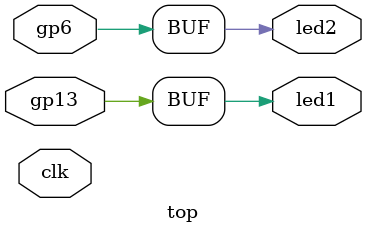
<source format=v>
/*

spi clk bodge demo.

* short gp6 to spiclk on the raspberry pi header
* run make prog - this explicitly sets gp6 to be an input before programming, otherwise it will fail
* run make blink - this uses spiclk to blink an FPGA controlled LED

*/
`default_nettype none
module top(
    input wire clk,
    input wire gp13, gp6,
    output wire led1, led2

);
    
    assign led1 = gp13;
    assign led2 = gp6;

endmodule

</source>
